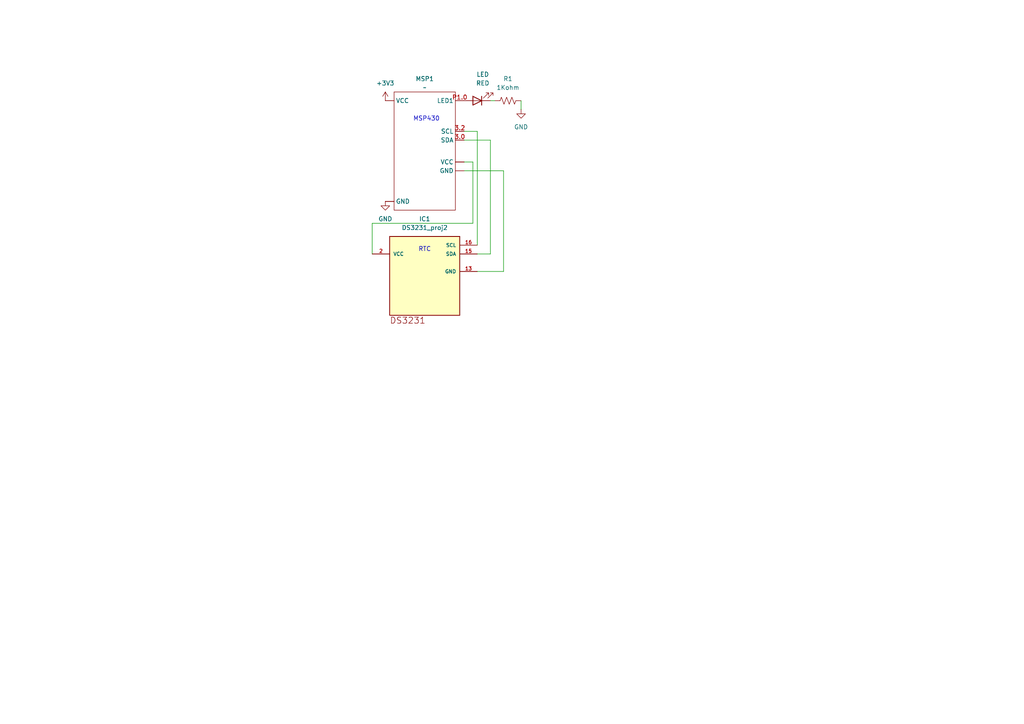
<source format=kicad_sch>
(kicad_sch (version 20231120) (generator "eeschema") (generator_version "8.0")
  (paper "A4")
  (lib_symbols
    (symbol "Device:LED" (pin_numbers hide) (pin_names (offset 1.016) hide)
      (property "Reference" "D" (at 0 2.54 0))
      (property "Value" "LED" (at 0 -2.54 0))
      (symbol "LED_0_1"
        (polyline (pts (xy -1.27 -1.27) (xy -1.27 1.27)) (stroke (width 0.254)))
        (polyline (pts (xy -1.27 0) (xy 1.27 0)))
        (polyline (pts (xy 1.27 -1.27) (xy 1.27 1.27) (xy -1.27 0) (xy 1.27 -1.27)) (stroke (width 0.254)))
        (polyline (pts (xy -3.048 -0.762) (xy -4.572 -2.286) (xy -3.81 -2.286) (xy -4.572 -2.286) (xy -4.572 -1.524)))
        (polyline (pts (xy -1.778 -0.762) (xy -3.302 -2.286) (xy -2.54 -2.286) (xy -3.302 -2.286) (xy -3.302 -1.524)))
      )
      (symbol "LED_1_1"
        (pin passive line (at -3.81 0 0) (length 2.54) (name "K") (number "1"))
        (pin passive line (at 3.81 0 180) (length 2.54) (name "A") (number "2"))
      )
    )
    (symbol "Device:R_US" (pin_numbers hide) (pin_names (offset 0))
      (property "Reference" "R" (at 2.54 0 90))
      (property "Value" "R_US" (at -2.54 0 90))
      (symbol "R_US_0_1"
        (polyline (pts (xy 0 -2.286) (xy 0 -2.54)))
        (polyline (pts (xy 0 2.286) (xy 0 2.54)))
        (polyline (pts (xy 0 -0.762) (xy 1.016 -1.143) (xy 0 -1.524) (xy -1.016 -1.905) (xy 0 -2.286)))
        (polyline (pts (xy 0 0.762) (xy 1.016 0.381) (xy 0 0) (xy -1.016 -0.381) (xy 0 -0.762)))
        (polyline (pts (xy 0 2.286) (xy 1.016 1.905) (xy 0 1.524) (xy -1.016 1.143) (xy 0 0.762)))
      )
      (symbol "R_US_1_1"
        (pin passive line (at 0 3.81 270) (length 1.27) (name "~") (number "1"))
        (pin passive line (at 0 -3.81 90) (length 1.27) (name "~") (number "2"))
      )
    )
    (symbol "RTC:DS3231_proj2" (pin_names (offset 1.016))
      (property "Reference" "IC" (at 10.16 15.24 0))
      (property "Value" "DS3231_proj2" (at 0 0 0))
      (symbol "DS3231_proj2_0_0"
        (rectangle (start -10.16 -10.16) (end 10.16 12.7) (stroke (width 0.254)) (fill (type background)))
        (text "DS3231" (at -10.16 -12.7 0) (effects (font (size 1.778 1.778)) (justify left bottom)))
        (pin power_in line (at 15.24 2.54 180) (length 5.08) (name "GND") (number "13"))
        (pin bidirectional line (at 15.24 7.62 180) (length 5.08) (name "SDA") (number "15"))
        (pin bidirectional line (at 15.24 10.16 180) (length 5.08) (name "SCL") (number "16"))
        (pin power_in line (at -15.24 7.62 0) (length 5.08) (name "VCC") (number "2"))
      )
    )
    (symbol "RTC:MSP430FR2355_proj2"
      (property "Reference" "MSP430" (at 5.842 -3.302 0))
      (symbol "MSP430FR2355_proj2_0_1"
        (rectangle (start -2.54 1.27) (end 15.24 -33.02))
      )
      (symbol "MSP430FR2355_proj2_1_1"
        (pin power_in line (at -5.08 -30.48 0) (length 2.54) (name "GND") (number ""))
        (pin power_out line (at 17.78 -21.59 180) (length 2.54) (name "GND") (number ""))
        (pin power_in line (at -5.08 -1.27 0) (length 2.54) (name "VCC") (number ""))
        (pin power_out line (at 17.78 -19.05 180) (length 2.54) (name "VCC") (number ""))
        (pin bidirectional line (at 17.78 -12.7 180) (length 2.54) (name "SDA") (number "3.0"))
        (pin output line (at 17.78 -10.16 180) (length 2.54) (name "SCL") (number "3.2"))
        (pin output line (at 17.78 -1.27 180) (length 2.54) (name "LED1") (number "P1.0"))
      )
    )
    (symbol "power:+3V3" (power) (pin_numbers hide) (pin_names (offset 0) hide)
      (property "Value" "+3V3" (at 0 3.556 0))
      (symbol "+3V3_0_1"
        (polyline (pts (xy -0.762 1.27) (xy 0 2.54)))
        (polyline (pts (xy 0 0) (xy 0 2.54)))
        (polyline (pts (xy 0 2.54) (xy 0.762 1.27)))
      )
      (symbol "+3V3_1_1"
        (pin power_in line (at 0 0 90) (length 0) (name "~") (number "1"))
      )
    )
    (symbol "power:GND" (power) (pin_numbers hide) (pin_names (offset 0) hide)
      (property "Value" "GND" (at 0 -3.81 0))
      (symbol "GND_0_1"
        (polyline (pts (xy 0 0) (xy 0 -1.27) (xy 1.27 -1.27) (xy 0 -2.54) (xy -1.27 -1.27) (xy 0 -1.27)))
      )
      (symbol "GND_1_1"
        (pin power_in line (at 0 0 270) (length 0) (name "~") (number "1"))
      )
    )
  )
  (wire (pts (xy 146.05 49.53) (xy 134.62 49.53)))
  (wire (pts (xy 142.24 29.21) (xy 143.51 29.21)))
  (wire (pts (xy 138.43 71.12) (xy 138.43 38.1)))
  (wire (pts (xy 151.13 29.21) (xy 151.13 31.75)))
  (wire (pts (xy 137.16 46.99) (xy 134.62 46.99)))
  (wire (pts (xy 146.05 78.74) (xy 146.05 49.53)))
  (wire (pts (xy 142.24 73.66) (xy 142.24 40.64)))
  (wire (pts (xy 107.95 73.66) (xy 107.95 64.77)))
  (wire (pts (xy 107.95 64.77) (xy 137.16 64.77)))
  (wire (pts (xy 142.24 40.64) (xy 134.62 40.64)))
  (wire (pts (xy 138.43 78.74) (xy 146.05 78.74)))
  (wire (pts (xy 138.43 38.1) (xy 134.62 38.1)))
  (wire (pts (xy 137.16 64.77) (xy 137.16 46.99)))
  (wire (pts (xy 138.43 73.66) (xy 142.24 73.66)))
  (text "MSP430" (at 123.698 34.544 0) (effects (font (size 1.27 1.27))))
  (text "RTC" (at 123.19 72.39 0) (effects (font (size 1.27 1.27))))
  (symbol (lib_id "RTC:DS3231_proj2") (at 123.19 81.28 0) (unit 1)
    (property "Reference" "IC1" (at 123.19 63.5 0))
    (property "Value" "DS3231_proj2" (at 123.19 66.04 0))
    (property "Footprint" "DS3231:SO16W" (effects (hide yes)))
    (property "MF" "Analog Devices" (effects (hide yes)))
    (property "Description_1" "\n                        \n                            Real Time Clock (RTC) IC Clock/Calendar - I²C, 2-Wire Serial 8-SOIC (0.154, 3.90mm Width)\n                        \n" (effects (hide yes)))
    (property "Package" "SOIC-16 Maxim Integrated" (effects (hide yes)))
    (property "Price" "None" (effects (hide yes)))
    (property "SnapEDA_Link" "https://www.snapeda.com/parts/DS3231/Analog+Devices/view-part/?ref=snap" (effects (hide yes)))
    (property "MP" "DS3231" (effects (hide yes)))
    (property "Availability" "In Stock" (effects (hide yes)))
    (property "Check_prices" "https://www.snapeda.com/parts/DS3231/Analog+Devices/view-part/?ref=eda" (effects (hide yes)))
  )
  (symbol (lib_id "Device:R_US") (at 147.32 29.21 90) (unit 1)
    (property "Reference" "R1" (at 147.32 22.86 90))
    (property "Value" "1Kohm" (at 147.32 25.4 90))
    (property "Description" "Resistor, US symbol" (effects (hide yes)))
  )
  (symbol (lib_id "Device:LED") (at 138.43 29.21 180) (unit 1)
    (property "Reference" "LED" (at 140.0175 21.59 0))
    (property "Value" "RED" (at 140.0175 24.13 0))
    (property "Description" "Light emitting diode" (effects (hide yes)))
  )
  (symbol (lib_id "power:GND") (at 151.13 31.75 0) (unit 1)
    (property "Reference" "#PWR03" (effects (hide yes)))
    (property "Value" "GND" (at 151.13 36.83 0))
    (property "Description" "Power symbol creates a global label with name \"GND\" , ground" (effects (hide yes)))
  )
  (symbol (lib_id "power:GND") (at 111.76 58.42 0) (unit 1)
    (property "Reference" "#PWR01" (effects (hide yes)))
    (property "Value" "GND" (at 111.76 63.5 0))
    (property "Description" "Power symbol creates a global label with name \"GND\" , ground" (effects (hide yes)))
  )
  (symbol (lib_id "power:+3V3") (at 111.76 29.21 0) (unit 1)
    (property "Reference" "#PWR02" (effects (hide yes)))
    (property "Value" "+3V3" (at 111.76 24.13 0))
    (property "Description" "Power symbol creates a global label with name \"+3V3\"" (effects (hide yes)))
  )
  (symbol (lib_id "RTC:MSP430FR2355_proj2") (at 116.84 27.94 0) (unit 1)
    (property "Reference" "MSP1" (at 123.19 22.86 0))
    (property "Value" "~" (at 123.19 25.4 0))
  )
)
</source>
